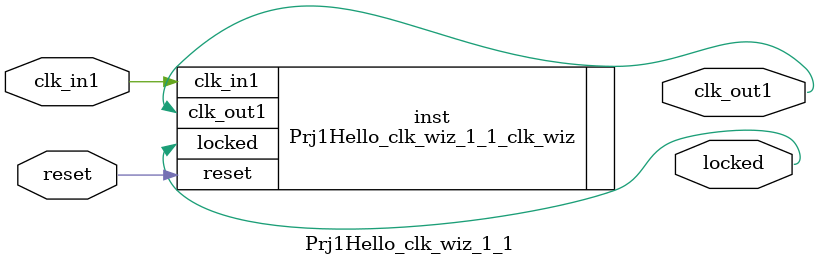
<source format=v>


`timescale 1ps/1ps

(* CORE_GENERATION_INFO = "Prj1Hello_clk_wiz_1_1,clk_wiz_v5_3_3_0,{component_name=Prj1Hello_clk_wiz_1_1,use_phase_alignment=true,use_min_o_jitter=false,use_max_i_jitter=false,use_dyn_phase_shift=false,use_inclk_switchover=false,use_dyn_reconfig=false,enable_axi=0,feedback_source=FDBK_AUTO,PRIMITIVE=MMCM,num_out_clk=1,clkin1_period=10.0,clkin2_period=10.0,use_power_down=false,use_reset=true,use_locked=true,use_inclk_stopped=false,feedback_type=SINGLE,CLOCK_MGR_TYPE=NA,manual_override=false}" *)

module Prj1Hello_clk_wiz_1_1 
 (
  // Clock out ports
  output        clk_out1,
  // Status and control signals
  input         reset,
  output        locked,
 // Clock in ports
  input         clk_in1
 );

  Prj1Hello_clk_wiz_1_1_clk_wiz inst
  (
  // Clock out ports  
  .clk_out1(clk_out1),
  // Status and control signals               
  .reset(reset), 
  .locked(locked),
 // Clock in ports
  .clk_in1(clk_in1)
  );

endmodule

</source>
